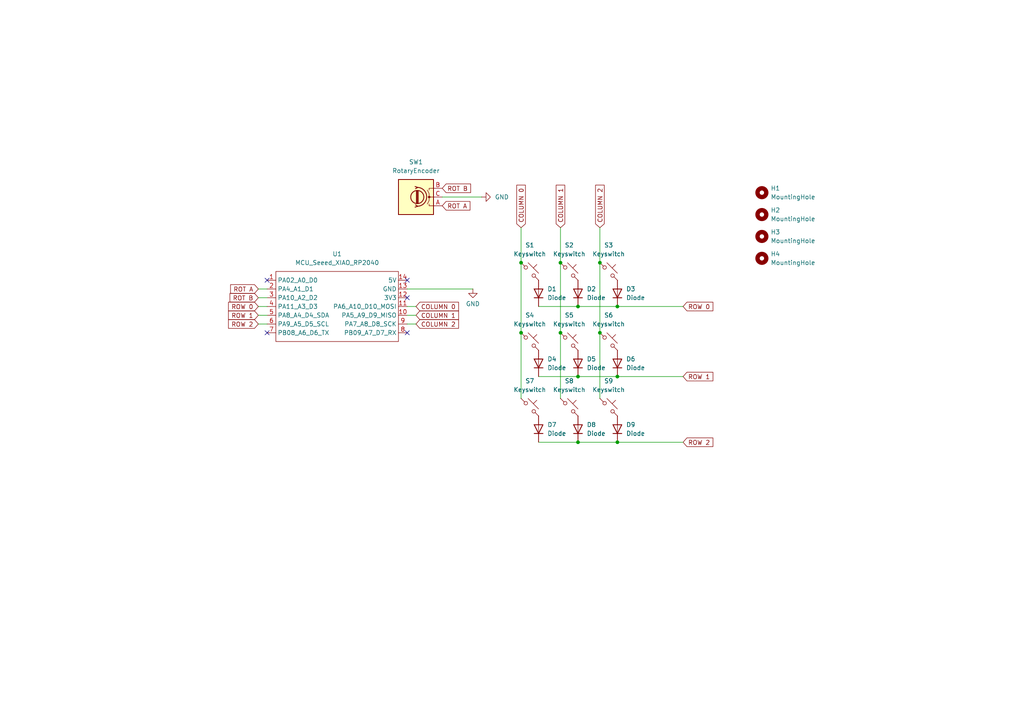
<source format=kicad_sch>
(kicad_sch (version 20231120) (generator "eeschema") (generator_version "8.0")
  (paper "A4")
  (lib_symbols
    (symbol "Device:RotaryEncoder" (pin_names (offset 0.254) hide)
      (property "Reference" "SW" (at 0 6.604 0))
      (property "Value" "RotaryEncoder" (at 0 -6.604 0))
      (symbol "RotaryEncoder_0_1"
        (rectangle (start -5.08 5.08) (end 5.08 -5.08) (stroke (width 0.254)) (fill (type background)))
        (circle (center -3.81 0) (radius 0.254) (fill (type outline)))
        (circle (center -0.381 0) (radius 1.905) (stroke (width 0.254)))
        (arc (start -0.381 2.667) (mid -3.0988 -0.0635) (end -0.381 -2.794) (stroke (width 0.254)))
        (polyline (pts (xy -0.635 -1.778) (xy -0.635 1.778)) (stroke (width 0.254)))
        (polyline (pts (xy -0.381 -1.778) (xy -0.381 1.778)) (stroke (width 0.254)))
        (polyline (pts (xy -0.127 1.778) (xy -0.127 -1.778)) (stroke (width 0.254)))
        (polyline (pts (xy -5.08 -2.54) (xy -3.81 -2.54) (xy -3.81 -2.032)))
        (polyline (pts (xy -5.08 2.54) (xy -3.81 2.54) (xy -3.81 2.032)))
        (polyline (pts (xy 0.254 -3.048) (xy -0.508 -2.794) (xy 0.127 -2.413)) (stroke (width 0.254)))
        (polyline (pts (xy 0.254 2.921) (xy -0.508 2.667) (xy 0.127 2.286)) (stroke (width 0.254)))
        (polyline (pts (xy -5.08 0) (xy -3.81 0) (xy -3.81 -1.016) (xy -3.302 -2.032)))
        (polyline (pts (xy -4.318 0) (xy -3.81 0) (xy -3.81 1.016) (xy -3.302 2.032)))
      )
      (symbol "RotaryEncoder_1_1"
        (pin passive line (at -7.62 2.54 0) (length 2.54) (name "A") (number "A"))
        (pin passive line (at -7.62 -2.54 0) (length 2.54) (name "B") (number "B"))
        (pin passive line (at -7.62 0 0) (length 2.54) (name "C") (number "C"))
      )
    )
    (symbol "Mechanical:MountingHole" (pin_names (offset 1.016)) (exclude_from_sim yes) (in_bom no)
      (property "Reference" "H" (at 0 5.08 0))
      (property "Value" "MountingHole" (at 0 3.175 0))
      (symbol "MountingHole_0_1"
        (circle (center 0 0) (radius 1.27) (stroke (width 1.27)))
      )
    )
    (symbol "ScottoKeebs:MCU_Seeed_XIAO_RP2040"
      (property "Reference" "U" (at -16.51 11.43 0))
      (property "Value" "MCU_Seeed_XIAO_RP2040" (at -3.81 -11.43 0))
      (symbol "MCU_Seeed_XIAO_RP2040_0_1"
        (rectangle (start -16.51 10.16) (end 19.05 -10.16))
      )
      (symbol "MCU_Seeed_XIAO_RP2040_1_1"
        (pin passive line (at -19.05 7.62 0) (length 2.54) (name "PA02_A0_D0") (number "1"))
        (pin passive line (at 21.59 -2.54 180) (length 2.54) (name "PA5_A9_D9_MISO") (number "10"))
        (pin passive line (at 21.59 0 180) (length 2.54) (name "PA6_A10_D10_MOSI") (number "11"))
        (pin passive line (at 21.59 2.54 180) (length 2.54) (name "3V3") (number "12"))
        (pin passive line (at 21.59 5.08 180) (length 2.54) (name "GND") (number "13"))
        (pin passive line (at 21.59 7.62 180) (length 2.54) (name "5V") (number "14"))
        (pin passive line (at -19.05 5.08 0) (length 2.54) (name "PA4_A1_D1") (number "2"))
        (pin passive line (at -19.05 2.54 0) (length 2.54) (name "PA10_A2_D2") (number "3"))
        (pin passive line (at -19.05 0 0) (length 2.54) (name "PA11_A3_D3") (number "4"))
        (pin passive line (at -19.05 -2.54 0) (length 2.54) (name "PA8_A4_D4_SDA") (number "5"))
        (pin passive line (at -19.05 -5.08 0) (length 2.54) (name "PA9_A5_D5_SCL") (number "6"))
        (pin passive line (at -19.05 -7.62 0) (length 2.54) (name "PB08_A6_D6_TX") (number "7"))
        (pin passive line (at 21.59 -7.62 180) (length 2.54) (name "PB09_A7_D7_RX") (number "8"))
        (pin passive line (at 21.59 -5.08 180) (length 2.54) (name "PA7_A8_D8_SCK") (number "9"))
      )
    )
    (symbol "ScottoKeebs:Placeholder_Diode" (pin_numbers hide) (pin_names hide)
      (property "Reference" "D" (at 0 2.54 0))
      (property "Value" "Diode" (at 0 -2.54 0))
      (symbol "Placeholder_Diode_0_1"
        (polyline (pts (xy -1.27 1.27) (xy -1.27 -1.27)) (stroke (width 0.254)))
        (polyline (pts (xy 1.27 0) (xy -1.27 0)))
        (polyline (pts (xy 1.27 1.27) (xy 1.27 -1.27) (xy -1.27 0) (xy 1.27 1.27)) (stroke (width 0.254)))
      )
      (symbol "Placeholder_Diode_1_1"
        (pin passive line (at -3.81 0 0) (length 2.54) (name "K") (number "1"))
        (pin passive line (at 3.81 0 180) (length 2.54) (name "A") (number "2"))
      )
    )
    (symbol "ScottoKeebs:Placeholder_Keyswitch" (pin_numbers hide) (pin_names (offset 1.016) hide)
      (property "Reference" "S" (at 3.048 1.016 0))
      (property "Value" "Keyswitch" (at 0 -3.81 0))
      (symbol "Placeholder_Keyswitch_0_1"
        (circle (center -1.1684 1.1684) (radius 0.508))
        (polyline (pts (xy -0.508 2.54) (xy 2.54 -0.508)))
        (polyline (pts (xy 1.016 1.016) (xy 2.032 2.032)))
        (polyline (pts (xy -2.54 2.54) (xy -1.524 1.524) (xy -1.524 1.524)))
        (polyline (pts (xy 1.524 -1.524) (xy 2.54 -2.54) (xy 2.54 -2.54) (xy 2.54 -2.54)))
        (circle (center 1.143 -1.1938) (radius 0.508))
        (pin passive line (at -2.54 2.54 0) (length 0) (name "1") (number "1"))
        (pin passive line (at 2.54 -2.54 180) (length 0) (name "2") (number "2"))
      )
    )
    (symbol "power:GND" (power) (pin_numbers hide) (pin_names (offset 0) hide)
      (property "Value" "GND" (at 0 -3.81 0))
      (symbol "GND_0_1"
        (polyline (pts (xy 0 0) (xy 0 -1.27) (xy 1.27 -1.27) (xy 0 -2.54) (xy -1.27 -1.27) (xy 0 -1.27)))
      )
      (symbol "GND_1_1"
        (pin power_in line (at 0 0 270) (length 0) (name "~") (number "1"))
      )
    )
  )
  (junction (at 151.13 96.52))
  (junction (at 167.64 109.22))
  (junction (at 173.99 96.52))
  (junction (at 179.07 88.9))
  (junction (at 162.56 76.2))
  (junction (at 167.64 128.27))
  (junction (at 151.13 76.2))
  (junction (at 167.64 88.9))
  (junction (at 179.07 128.27))
  (junction (at 173.99 76.2))
  (junction (at 162.56 96.52))
  (junction (at 179.07 109.22))
  (no_connect (at 118.11 81.28))
  (no_connect (at 77.47 81.28))
  (no_connect (at 118.11 96.52))
  (no_connect (at 77.47 96.52))
  (no_connect (at 118.11 86.36))
  (wire (pts (xy 120.65 91.44) (xy 118.11 91.44)))
  (wire (pts (xy 151.13 96.52) (xy 151.13 115.57)))
  (wire (pts (xy 74.93 88.9) (xy 77.47 88.9)))
  (wire (pts (xy 74.93 83.82) (xy 77.47 83.82)))
  (wire (pts (xy 173.99 66.04) (xy 173.99 76.2)))
  (wire (pts (xy 151.13 76.2) (xy 151.13 96.52)))
  (wire (pts (xy 156.21 128.27) (xy 167.64 128.27)))
  (wire (pts (xy 74.93 91.44) (xy 77.47 91.44)))
  (wire (pts (xy 167.64 109.22) (xy 179.07 109.22)))
  (wire (pts (xy 128.27 57.15) (xy 139.7 57.15)))
  (wire (pts (xy 118.11 83.82) (xy 137.16 83.82)))
  (wire (pts (xy 162.56 66.04) (xy 162.56 76.2)))
  (wire (pts (xy 162.56 76.2) (xy 162.56 96.52)))
  (wire (pts (xy 156.21 88.9) (xy 167.64 88.9)))
  (wire (pts (xy 120.65 93.98) (xy 118.11 93.98)))
  (wire (pts (xy 179.07 88.9) (xy 198.12 88.9)))
  (wire (pts (xy 173.99 96.52) (xy 173.99 115.57)))
  (wire (pts (xy 167.64 88.9) (xy 179.07 88.9)))
  (wire (pts (xy 162.56 96.52) (xy 162.56 115.57)))
  (wire (pts (xy 198.12 128.27) (xy 179.07 128.27)))
  (wire (pts (xy 74.93 93.98) (xy 77.47 93.98)))
  (wire (pts (xy 74.93 86.36) (xy 77.47 86.36)))
  (wire (pts (xy 173.99 76.2) (xy 173.99 96.52)))
  (wire (pts (xy 151.13 66.04) (xy 151.13 76.2)))
  (wire (pts (xy 167.64 128.27) (xy 179.07 128.27)))
  (wire (pts (xy 156.21 109.22) (xy 167.64 109.22)))
  (wire (pts (xy 120.65 88.9) (xy 118.11 88.9)))
  (wire (pts (xy 198.12 109.22) (xy 179.07 109.22)))
  (global_label "COLUMN 1" (shape input) (at 162.56 66.04 90) (property "Intersheetrefs" "${INTERSHEET_REFS}" (effects (hide yes))))
  (global_label "ROW 2" (shape input) (at 198.12 128.27 0) (property "Intersheetrefs" "${INTERSHEET_REFS}" (effects (hide yes))))
  (global_label "ROW 2" (shape input) (at 74.93 93.98 180) (property "Intersheetrefs" "${INTERSHEET_REFS}" (effects (hide yes))))
  (global_label "ROT A" (shape input) (at 74.93 83.82 180) (property "Intersheetrefs" "${INTERSHEET_REFS}" (effects (hide yes))))
  (global_label "COLUMN 2" (shape input) (at 173.99 66.04 90) (property "Intersheetrefs" "${INTERSHEET_REFS}" (effects (hide yes))))
  (global_label "COLUMN 2" (shape input) (at 120.65 93.98 0) (property "Intersheetrefs" "${INTERSHEET_REFS}" (effects (hide yes))))
  (global_label "ROT B" (shape input) (at 74.93 86.36 180) (property "Intersheetrefs" "${INTERSHEET_REFS}" (effects (hide yes))))
  (global_label "COLUMN 1" (shape input) (at 120.65 91.44 0) (property "Intersheetrefs" "${INTERSHEET_REFS}" (effects (hide yes))))
  (global_label "ROW 1" (shape input) (at 74.93 91.44 180) (property "Intersheetrefs" "${INTERSHEET_REFS}" (effects (hide yes))))
  (global_label "ROW 0" (shape input) (at 74.93 88.9 180) (property "Intersheetrefs" "${INTERSHEET_REFS}" (effects (hide yes))))
  (global_label "ROW 0" (shape input) (at 198.12 88.9 0) (property "Intersheetrefs" "${INTERSHEET_REFS}" (effects (hide yes))))
  (global_label "COLUMN 0" (shape input) (at 151.13 66.04 90) (property "Intersheetrefs" "${INTERSHEET_REFS}" (effects (hide yes))))
  (global_label "ROT A" (shape input) (at 128.27 59.69 0) (property "Intersheetrefs" "${INTERSHEET_REFS}" (effects (hide yes))))
  (global_label "ROT B" (shape input) (at 128.27 54.61 0) (property "Intersheetrefs" "${INTERSHEET_REFS}" (effects (hide yes))))
  (global_label "COLUMN 0" (shape input) (at 120.65 88.9 0) (property "Intersheetrefs" "${INTERSHEET_REFS}" (effects (hide yes))))
  (global_label "ROW 1" (shape input) (at 198.12 109.22 0) (property "Intersheetrefs" "${INTERSHEET_REFS}" (effects (hide yes))))
  (symbol (lib_id "power:GND") (at 137.16 83.82 0) (unit 1)
    (property "Reference" "#PWR02" (effects (hide yes)))
    (property "Value" "GND" (at 139.192 88.138 0) (effects (justify right)))
    (property "Description" "Power symbol creates a global label with name \"GND\" , ground" (effects (hide yes)))
  )
  (symbol (lib_id "ScottoKeebs:Placeholder_Diode") (at 156.21 85.09 90) (unit 1)
    (property "Reference" "D1" (at 158.75 83.8199 90) (effects (justify right)))
    (property "Value" "Diode" (at 158.75 86.3599 90) (effects (justify right)))
    (property "Footprint" "ScottoKeebs_Components:Diode_DO-35" (effects (hide yes)))
    (property "Description" "1N4148 (DO-35) or 1N4148W (SOD-123)" (effects (hide yes)))
    (property "Sim.Device" "D" (effects (hide yes)))
    (property "Sim.Pins" "1=K 2=A" (effects (hide yes)))
  )
  (symbol (lib_id "ScottoKeebs:MCU_Seeed_XIAO_RP2040") (at 96.52 88.9 0) (unit 1)
    (property "Reference" "U1" (at 97.79 73.66 0))
    (property "Value" "MCU_Seeed_XIAO_RP2040" (at 97.79 76.2 0))
    (property "Footprint" "ScottoKeebs_MCU:Seeed_XIAO_RP2040" (effects (hide yes)))
  )
  (symbol (lib_id "ScottoKeebs:Placeholder_Keyswitch") (at 176.53 99.06 0) (unit 1)
    (property "Reference" "S6" (at 176.53 91.44 0))
    (property "Value" "Keyswitch" (at 176.53 93.98 0))
    (property "Footprint" "ScottoKeebs_MX:MX_PCB_1.00u" (effects (hide yes)))
    (property "Description" "Push button switch, normally open, two pins, 45° tilted" (effects (hide yes)))
  )
  (symbol (lib_id "ScottoKeebs:Placeholder_Keyswitch") (at 165.1 78.74 0) (unit 1)
    (property "Reference" "S2" (at 165.1 71.12 0))
    (property "Value" "Keyswitch" (at 165.1 73.66 0))
    (property "Footprint" "ScottoKeebs_MX:MX_PCB_1.00u" (effects (hide yes)))
    (property "Description" "Push button switch, normally open, two pins, 45° tilted" (effects (hide yes)))
  )
  (symbol (lib_id "Mechanical:MountingHole") (at 220.98 68.58 0) (unit 1) (exclude_from_sim yes) (in_bom no)
    (property "Reference" "H3" (at 223.52 67.3099 0) (effects (justify left)))
    (property "Value" "MountingHole" (at 223.52 69.8499 0) (effects (justify left)))
    (property "Footprint" "MountingHole:MountingHole_3.5mm" (effects (hide yes)))
    (property "Description" "Mounting Hole without connection" (effects (hide yes)))
  )
  (symbol (lib_id "ScottoKeebs:Placeholder_Keyswitch") (at 176.53 118.11 0) (unit 1)
    (property "Reference" "S9" (at 176.53 110.49 0))
    (property "Value" "Keyswitch" (at 176.53 113.03 0))
    (property "Footprint" "ScottoKeebs_MX:MX_PCB_1.00u" (effects (hide yes)))
    (property "Description" "Push button switch, normally open, two pins, 45° tilted" (effects (hide yes)))
  )
  (symbol (lib_id "ScottoKeebs:Placeholder_Keyswitch") (at 153.67 78.74 0) (unit 1)
    (property "Reference" "S1" (at 153.67 71.12 0))
    (property "Value" "Keyswitch" (at 153.67 73.66 0))
    (property "Footprint" "ScottoKeebs_MX:MX_PCB_1.00u" (effects (hide yes)))
    (property "Description" "Push button switch, normally open, two pins, 45° tilted" (effects (hide yes)))
  )
  (symbol (lib_id "ScottoKeebs:Placeholder_Keyswitch") (at 176.53 78.74 0) (unit 1)
    (property "Reference" "S3" (at 176.53 71.12 0))
    (property "Value" "Keyswitch" (at 176.53 73.66 0))
    (property "Footprint" "ScottoKeebs_MX:MX_PCB_1.00u" (effects (hide yes)))
    (property "Description" "Push button switch, normally open, two pins, 45° tilted" (effects (hide yes)))
  )
  (symbol (lib_id "ScottoKeebs:Placeholder_Diode") (at 179.07 124.46 90) (unit 1)
    (property "Reference" "D9" (at 181.61 123.1899 90) (effects (justify right)))
    (property "Value" "Diode" (at 181.61 125.7299 90) (effects (justify right)))
    (property "Footprint" "ScottoKeebs_Components:Diode_DO-35" (effects (hide yes)))
    (property "Description" "1N4148 (DO-35) or 1N4148W (SOD-123)" (effects (hide yes)))
    (property "Sim.Device" "D" (effects (hide yes)))
    (property "Sim.Pins" "1=K 2=A" (effects (hide yes)))
  )
  (symbol (lib_id "ScottoKeebs:Placeholder_Keyswitch") (at 153.67 118.11 0) (unit 1)
    (property "Reference" "S7" (at 153.67 110.49 0))
    (property "Value" "Keyswitch" (at 153.67 113.03 0))
    (property "Footprint" "ScottoKeebs_MX:MX_PCB_1.00u" (effects (hide yes)))
    (property "Description" "Push button switch, normally open, two pins, 45° tilted" (effects (hide yes)))
  )
  (symbol (lib_id "ScottoKeebs:Placeholder_Diode") (at 156.21 124.46 90) (unit 1)
    (property "Reference" "D7" (at 158.75 123.1899 90) (effects (justify right)))
    (property "Value" "Diode" (at 158.75 125.7299 90) (effects (justify right)))
    (property "Footprint" "ScottoKeebs_Components:Diode_DO-35" (effects (hide yes)))
    (property "Description" "1N4148 (DO-35) or 1N4148W (SOD-123)" (effects (hide yes)))
    (property "Sim.Device" "D" (effects (hide yes)))
    (property "Sim.Pins" "1=K 2=A" (effects (hide yes)))
  )
  (symbol (lib_id "Mechanical:MountingHole") (at 220.98 62.23 0) (unit 1) (exclude_from_sim yes) (in_bom no)
    (property "Reference" "H2" (at 223.52 60.9599 0) (effects (justify left)))
    (property "Value" "MountingHole" (at 223.52 63.4999 0) (effects (justify left)))
    (property "Footprint" "MountingHole:MountingHole_3.5mm" (effects (hide yes)))
    (property "Description" "Mounting Hole without connection" (effects (hide yes)))
  )
  (symbol (lib_id "Mechanical:MountingHole") (at 220.98 74.93 0) (unit 1) (exclude_from_sim yes) (in_bom no)
    (property "Reference" "H4" (at 223.52 73.6599 0) (effects (justify left)))
    (property "Value" "MountingHole" (at 223.52 76.1999 0) (effects (justify left)))
    (property "Footprint" "MountingHole:MountingHole_3.5mm" (effects (hide yes)))
    (property "Description" "Mounting Hole without connection" (effects (hide yes)))
  )
  (symbol (lib_id "ScottoKeebs:Placeholder_Diode") (at 156.21 105.41 90) (unit 1)
    (property "Reference" "D4" (at 158.75 104.1399 90) (effects (justify right)))
    (property "Value" "Diode" (at 158.75 106.6799 90) (effects (justify right)))
    (property "Footprint" "ScottoKeebs_Components:Diode_DO-35" (effects (hide yes)))
    (property "Description" "1N4148 (DO-35) or 1N4148W (SOD-123)" (effects (hide yes)))
    (property "Sim.Device" "D" (effects (hide yes)))
    (property "Sim.Pins" "1=K 2=A" (effects (hide yes)))
  )
  (symbol (lib_id "ScottoKeebs:Placeholder_Diode") (at 179.07 105.41 90) (unit 1)
    (property "Reference" "D6" (at 181.61 104.1399 90) (effects (justify right)))
    (property "Value" "Diode" (at 181.61 106.6799 90) (effects (justify right)))
    (property "Footprint" "ScottoKeebs_Components:Diode_DO-35" (effects (hide yes)))
    (property "Description" "1N4148 (DO-35) or 1N4148W (SOD-123)" (effects (hide yes)))
    (property "Sim.Device" "D" (effects (hide yes)))
    (property "Sim.Pins" "1=K 2=A" (effects (hide yes)))
  )
  (symbol (lib_id "ScottoKeebs:Placeholder_Diode") (at 167.64 105.41 90) (unit 1)
    (property "Reference" "D5" (at 170.18 104.1399 90) (effects (justify right)))
    (property "Value" "Diode" (at 170.18 106.6799 90) (effects (justify right)))
    (property "Footprint" "ScottoKeebs_Components:Diode_DO-35" (effects (hide yes)))
    (property "Description" "1N4148 (DO-35) or 1N4148W (SOD-123)" (effects (hide yes)))
    (property "Sim.Device" "D" (effects (hide yes)))
    (property "Sim.Pins" "1=K 2=A" (effects (hide yes)))
  )
  (symbol (lib_id "ScottoKeebs:Placeholder_Diode") (at 179.07 85.09 90) (unit 1)
    (property "Reference" "D3" (at 181.61 83.8199 90) (effects (justify right)))
    (property "Value" "Diode" (at 181.61 86.3599 90) (effects (justify right)))
    (property "Footprint" "ScottoKeebs_Components:Diode_DO-35" (effects (hide yes)))
    (property "Description" "1N4148 (DO-35) or 1N4148W (SOD-123)" (effects (hide yes)))
    (property "Sim.Device" "D" (effects (hide yes)))
    (property "Sim.Pins" "1=K 2=A" (effects (hide yes)))
  )
  (symbol (lib_id "ScottoKeebs:Placeholder_Keyswitch") (at 165.1 99.06 0) (unit 1)
    (property "Reference" "S5" (at 165.1 91.44 0))
    (property "Value" "Keyswitch" (at 165.1 93.98 0))
    (property "Footprint" "ScottoKeebs_MX:MX_PCB_1.00u" (effects (hide yes)))
    (property "Description" "Push button switch, normally open, two pins, 45° tilted" (effects (hide yes)))
  )
  (symbol (lib_id "ScottoKeebs:Placeholder_Keyswitch") (at 153.67 99.06 0) (unit 1)
    (property "Reference" "S4" (at 153.67 91.44 0))
    (property "Value" "Keyswitch" (at 153.67 93.98 0))
    (property "Footprint" "ScottoKeebs_MX:MX_PCB_1.00u" (effects (hide yes)))
    (property "Description" "Push button switch, normally open, two pins, 45° tilted" (effects (hide yes)))
  )
  (symbol (lib_id "Device:RotaryEncoder") (at 120.65 57.15 180) (unit 1)
    (property "Reference" "SW1" (at 120.65 46.99 0))
    (property "Value" "RotaryEncoder" (at 120.65 49.53 0))
    (property "Footprint" "Rotary_Encoder 2:RotaryEncoder_Alps_EC11E-Switch_Vertical_H20mm" (effects (hide yes)))
    (property "Description" "Rotary encoder, dual channel, incremental quadrate outputs" (effects (hide yes)))
  )
  (symbol (lib_id "ScottoKeebs:Placeholder_Keyswitch") (at 165.1 118.11 0) (unit 1)
    (property "Reference" "S8" (at 165.1 110.49 0))
    (property "Value" "Keyswitch" (at 165.1 113.03 0))
    (property "Footprint" "ScottoKeebs_MX:MX_PCB_1.00u" (effects (hide yes)))
    (property "Description" "Push button switch, normally open, two pins, 45° tilted" (effects (hide yes)))
  )
  (symbol (lib_id "ScottoKeebs:Placeholder_Diode") (at 167.64 124.46 90) (unit 1)
    (property "Reference" "D8" (at 170.18 123.1899 90) (effects (justify right)))
    (property "Value" "Diode" (at 170.18 125.7299 90) (effects (justify right)))
    (property "Footprint" "ScottoKeebs_Components:Diode_DO-35" (effects (hide yes)))
    (property "Description" "1N4148 (DO-35) or 1N4148W (SOD-123)" (effects (hide yes)))
    (property "Sim.Device" "D" (effects (hide yes)))
    (property "Sim.Pins" "1=K 2=A" (effects (hide yes)))
  )
  (symbol (lib_id "power:GND") (at 139.7 57.15 90) (unit 1)
    (property "Reference" "#PWR01" (effects (hide yes)))
    (property "Value" "GND" (at 143.51 57.1499 90) (effects (justify right)))
    (property "Description" "Power symbol creates a global label with name \"GND\" , ground" (effects (hide yes)))
  )
  (symbol (lib_id "Mechanical:MountingHole") (at 220.98 55.88 0) (unit 1) (exclude_from_sim yes) (in_bom no)
    (property "Reference" "H1" (at 223.52 54.6099 0) (effects (justify left)))
    (property "Value" "MountingHole" (at 223.52 57.1499 0) (effects (justify left)))
    (property "Footprint" "MountingHole:MountingHole_3.5mm" (effects (hide yes)))
    (property "Description" "Mounting Hole without connection" (effects (hide yes)))
  )
  (symbol (lib_id "ScottoKeebs:Placeholder_Diode") (at 167.64 85.09 90) (unit 1)
    (property "Reference" "D2" (at 170.18 83.8199 90) (effects (justify right)))
    (property "Value" "Diode" (at 170.18 86.3599 90) (effects (justify right)))
    (property "Footprint" "ScottoKeebs_Components:Diode_DO-35" (effects (hide yes)))
    (property "Description" "1N4148 (DO-35) or 1N4148W (SOD-123)" (effects (hide yes)))
    (property "Sim.Device" "D" (effects (hide yes)))
    (property "Sim.Pins" "1=K 2=A" (effects (hide yes)))
  )
)
</source>
